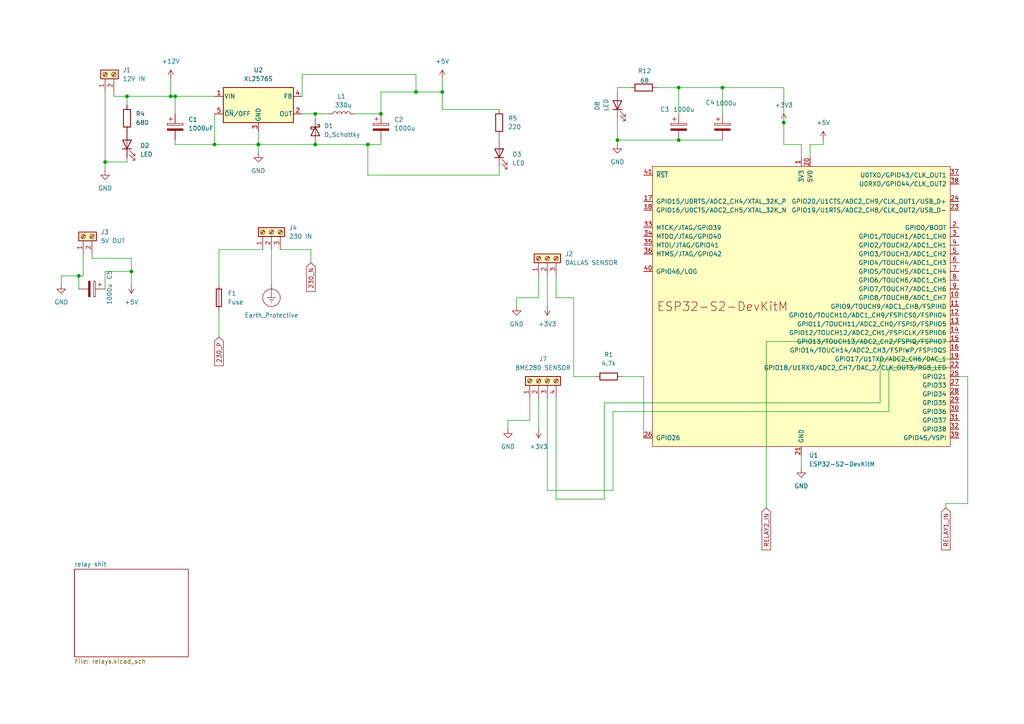
<source format=kicad_sch>
(kicad_sch (version 20231120) (generator "eeschema") (generator_version "8.0")
  (paper "A4")
  (lib_symbols
    (symbol "Connector:Screw_Terminal_01x02" (pin_names (offset 1.016) hide)
      (property "Reference" "J" (at 0 2.54 0))
      (property "Value" "Screw_Terminal_01x02" (at 0 -5.08 0))
      (symbol "Screw_Terminal_01x02_1_1"
        (rectangle (start -1.27 1.27) (end 1.27 -3.81) (stroke (width 0.254)) (fill (type background)))
        (circle (center 0 -2.54) (radius 0.635) (stroke (width 0.1524)))
        (polyline (pts (xy -0.5334 -2.2098) (xy 0.3302 -3.048)) (stroke (width 0.1524)))
        (polyline (pts (xy -0.5334 0.3302) (xy 0.3302 -0.508)) (stroke (width 0.1524)))
        (polyline (pts (xy -0.3556 -2.032) (xy 0.508 -2.8702)) (stroke (width 0.1524)))
        (polyline (pts (xy -0.3556 0.508) (xy 0.508 -0.3302)) (stroke (width 0.1524)))
        (circle (center 0 0) (radius 0.635) (stroke (width 0.1524)))
        (pin passive line (at -5.08 0 0) (length 3.81) (name "Pin_1") (number "1"))
        (pin passive line (at -5.08 -2.54 0) (length 3.81) (name "Pin_2") (number "2"))
      )
    )
    (symbol "Connector:Screw_Terminal_01x03" (pin_names (offset 1.016) hide)
      (property "Reference" "J" (at 0 5.08 0))
      (property "Value" "Screw_Terminal_01x03" (at 0 -5.08 0))
      (symbol "Screw_Terminal_01x03_1_1"
        (rectangle (start -1.27 3.81) (end 1.27 -3.81) (stroke (width 0.254)) (fill (type background)))
        (circle (center 0 -2.54) (radius 0.635) (stroke (width 0.1524)))
        (polyline (pts (xy -0.5334 -2.2098) (xy 0.3302 -3.048)) (stroke (width 0.1524)))
        (polyline (pts (xy -0.5334 0.3302) (xy 0.3302 -0.508)) (stroke (width 0.1524)))
        (polyline (pts (xy -0.5334 2.8702) (xy 0.3302 2.032)) (stroke (width 0.1524)))
        (polyline (pts (xy -0.3556 -2.032) (xy 0.508 -2.8702)) (stroke (width 0.1524)))
        (polyline (pts (xy -0.3556 0.508) (xy 0.508 -0.3302)) (stroke (width 0.1524)))
        (polyline (pts (xy -0.3556 3.048) (xy 0.508 2.2098)) (stroke (width 0.1524)))
        (circle (center 0 0) (radius 0.635) (stroke (width 0.1524)))
        (circle (center 0 2.54) (radius 0.635) (stroke (width 0.1524)))
        (pin passive line (at -5.08 2.54 0) (length 3.81) (name "Pin_1") (number "1"))
        (pin passive line (at -5.08 0 0) (length 3.81) (name "Pin_2") (number "2"))
        (pin passive line (at -5.08 -2.54 0) (length 3.81) (name "Pin_3") (number "3"))
      )
    )
    (symbol "Connector:Screw_Terminal_01x04" (pin_names (offset 1.016) hide)
      (property "Reference" "J" (at 0 5.08 0))
      (property "Value" "Screw_Terminal_01x04" (at 0 -7.62 0))
      (symbol "Screw_Terminal_01x04_1_1"
        (rectangle (start -1.27 3.81) (end 1.27 -6.35) (stroke (width 0.254)) (fill (type background)))
        (circle (center 0 -5.08) (radius 0.635) (stroke (width 0.1524)))
        (circle (center 0 -2.54) (radius 0.635) (stroke (width 0.1524)))
        (polyline (pts (xy -0.5334 -4.7498) (xy 0.3302 -5.588)) (stroke (width 0.1524)))
        (polyline (pts (xy -0.5334 -2.2098) (xy 0.3302 -3.048)) (stroke (width 0.1524)))
        (polyline (pts (xy -0.5334 0.3302) (xy 0.3302 -0.508)) (stroke (width 0.1524)))
        (polyline (pts (xy -0.5334 2.8702) (xy 0.3302 2.032)) (stroke (width 0.1524)))
        (polyline (pts (xy -0.3556 -4.572) (xy 0.508 -5.4102)) (stroke (width 0.1524)))
        (polyline (pts (xy -0.3556 -2.032) (xy 0.508 -2.8702)) (stroke (width 0.1524)))
        (polyline (pts (xy -0.3556 0.508) (xy 0.508 -0.3302)) (stroke (width 0.1524)))
        (polyline (pts (xy -0.3556 3.048) (xy 0.508 2.2098)) (stroke (width 0.1524)))
        (circle (center 0 0) (radius 0.635) (stroke (width 0.1524)))
        (circle (center 0 2.54) (radius 0.635) (stroke (width 0.1524)))
        (pin passive line (at -5.08 2.54 0) (length 3.81) (name "Pin_1") (number "1"))
        (pin passive line (at -5.08 0 0) (length 3.81) (name "Pin_2") (number "2"))
        (pin passive line (at -5.08 -2.54 0) (length 3.81) (name "Pin_3") (number "3"))
        (pin passive line (at -5.08 -5.08 0) (length 3.81) (name "Pin_4") (number "4"))
      )
    )
    (symbol "Device:C_Polarized" (pin_numbers hide) (pin_names (offset 0.254))
      (property "Reference" "C" (at 0.635 2.54 0))
      (property "Value" "C_Polarized" (at 0.635 -2.54 0))
      (symbol "C_Polarized_0_1"
        (rectangle (start -2.286 0.508) (end 2.286 1.016))
        (polyline (pts (xy -1.778 2.286) (xy -0.762 2.286)))
        (polyline (pts (xy -1.27 2.794) (xy -1.27 1.778)))
        (rectangle (start 2.286 -0.508) (end -2.286 -1.016) (fill (type outline)))
      )
      (symbol "C_Polarized_1_1"
        (pin passive line (at 0 3.81 270) (length 2.794) (name "~") (number "1"))
        (pin passive line (at 0 -3.81 90) (length 2.794) (name "~") (number "2"))
      )
    )
    (symbol "Device:D_Schottky" (pin_numbers hide) (pin_names (offset 1.016) hide)
      (property "Reference" "D" (at 0 2.54 0))
      (property "Value" "D_Schottky" (at 0 -2.54 0))
      (symbol "D_Schottky_0_1"
        (polyline (pts (xy 1.27 0) (xy -1.27 0)))
        (polyline (pts (xy 1.27 1.27) (xy 1.27 -1.27) (xy -1.27 0) (xy 1.27 1.27)) (stroke (width 0.254)))
        (polyline (pts (xy -1.905 0.635) (xy -1.905 1.27) (xy -1.27 1.27) (xy -1.27 -1.27) (xy -0.635 -1.27) (xy -0.635 -0.635)) (stroke (width 0.254)))
      )
      (symbol "D_Schottky_1_1"
        (pin passive line (at -3.81 0 0) (length 2.54) (name "K") (number "1"))
        (pin passive line (at 3.81 0 180) (length 2.54) (name "A") (number "2"))
      )
    )
    (symbol "Device:Fuse" (pin_numbers hide) (pin_names (offset 0))
      (property "Reference" "F" (at 2.032 0 90))
      (property "Value" "Fuse" (at -1.905 0 90))
      (symbol "Fuse_0_1"
        (rectangle (start -0.762 -2.54) (end 0.762 2.54) (stroke (width 0.254)))
        (polyline (pts (xy 0 2.54) (xy 0 -2.54)))
      )
      (symbol "Fuse_1_1"
        (pin passive line (at 0 3.81 270) (length 1.27) (name "~") (number "1"))
        (pin passive line (at 0 -3.81 90) (length 1.27) (name "~") (number "2"))
      )
    )
    (symbol "Device:L" (pin_numbers hide) (pin_names (offset 1.016) hide)
      (property "Reference" "L" (at -1.27 0 90))
      (property "Value" "L" (at 1.905 0 90))
      (symbol "L_0_1"
        (arc (start 0 -2.54) (mid 0.6323 -1.905) (end 0 -1.27))
        (arc (start 0 -1.27) (mid 0.6323 -0.635) (end 0 0))
        (arc (start 0 0) (mid 0.6323 0.635) (end 0 1.27))
        (arc (start 0 1.27) (mid 0.6323 1.905) (end 0 2.54))
      )
      (symbol "L_1_1"
        (pin passive line (at 0 3.81 270) (length 1.27) (name "1") (number "1"))
        (pin passive line (at 0 -3.81 90) (length 1.27) (name "2") (number "2"))
      )
    )
    (symbol "Device:LED" (pin_numbers hide) (pin_names (offset 1.016) hide)
      (property "Reference" "D" (at 0 2.54 0))
      (property "Value" "LED" (at 0 -2.54 0))
      (symbol "LED_0_1"
        (polyline (pts (xy -1.27 -1.27) (xy -1.27 1.27)) (stroke (width 0.254)))
        (polyline (pts (xy -1.27 0) (xy 1.27 0)))
        (polyline (pts (xy 1.27 -1.27) (xy 1.27 1.27) (xy -1.27 0) (xy 1.27 -1.27)) (stroke (width 0.254)))
        (polyline (pts (xy -3.048 -0.762) (xy -4.572 -2.286) (xy -3.81 -2.286) (xy -4.572 -2.286) (xy -4.572 -1.524)))
        (polyline (pts (xy -1.778 -0.762) (xy -3.302 -2.286) (xy -2.54 -2.286) (xy -3.302 -2.286) (xy -3.302 -1.524)))
      )
      (symbol "LED_1_1"
        (pin passive line (at -3.81 0 0) (length 2.54) (name "K") (number "1"))
        (pin passive line (at 3.81 0 180) (length 2.54) (name "A") (number "2"))
      )
    )
    (symbol "Device:R" (pin_numbers hide) (pin_names (offset 0))
      (property "Reference" "R" (at 2.032 0 90))
      (property "Value" "R" (at 0 0 90))
      (symbol "R_0_1"
        (rectangle (start -1.016 -2.54) (end 1.016 2.54) (stroke (width 0.254)))
      )
      (symbol "R_1_1"
        (pin passive line (at 0 3.81 270) (length 1.27) (name "~") (number "1"))
        (pin passive line (at 0 -3.81 90) (length 1.27) (name "~") (number "2"))
      )
    )
    (symbol "PCM_Espressif:ESP32-S2-DevKitM" (pin_names (offset 1.016))
      (property "Reference" "U" (at -43.18 45.72 0))
      (property "Value" "ESP32-S2-DevKitM" (at -43.18 43.18 0))
      (symbol "ESP32-S2-DevKitM_0_1"
        (rectangle (start -43.18 40.64) (end 43.18 -40.64) (fill (type background)))
      )
      (symbol "ESP32-S2-DevKitM_1_1"
        (text "ESP32-S2-DevKitM" (at -22.86 0 0) (effects (font (size 2.54 2.54))))
        (pin power_out line (at 0 43.18 270) (length 2.54) (name "3V3") (number "1"))
        (pin bidirectional line (at 45.72 2.54 180) (length 2.54) (name "GPIO8/TOUCH8/ADC1_CH7") (number "10"))
        (pin bidirectional line (at 45.72 0 180) (length 2.54) (name "GPIO9/TOUCH9/ADC1_CH8/FSPIHD") (number "11"))
        (pin bidirectional line (at 45.72 -2.54 180) (length 2.54) (name "GPIO10/TOUCH10/ADC1_CH9/FSPICS0/FSPIIO4") (number "12"))
        (pin bidirectional line (at 45.72 -5.08 180) (length 2.54) (name "GPIO11/TOUCH11/ADC2_CH0/FSPID/FSPIIO5") (number "13"))
        (pin bidirectional line (at 45.72 -7.62 180) (length 2.54) (name "GPIO12/TOUCH12/ADC2_CH1/FSPICLK/FSPIIO6") (number "14"))
        (pin bidirectional line (at 45.72 -10.16 180) (length 2.54) (name "GPIO13/TOUCH13/ADC2_CH2/FSPIQ/FSPIIO7") (number "15"))
        (pin bidirectional line (at 45.72 -12.7 180) (length 2.54) (name "GPIO14/TOUCH14/ADC2_CH3/FSPIWP/FSPIDQS") (number "16"))
        (pin bidirectional line (at -45.72 30.48 0) (length 2.54) (name "GPIO15/U0RTS/ADC2_CH4/XTAL_32K_P") (number "17"))
        (pin bidirectional line (at -45.72 27.94 0) (length 2.54) (name "GPIO16/U0CTS/ADC2_CH5/XTAL_32K_N") (number "18"))
        (pin bidirectional line (at 45.72 -15.24 180) (length 2.54) (name "GPIO17/U1TXD/ADC2_CH6/DAC_1") (number "19"))
        (pin bidirectional line (at 45.72 22.86 180) (length 2.54) (name "GPIO0/BOOT") (number "2"))
        (pin power_in line (at 2.54 43.18 270) (length 2.54) (name "5V0") (number "20"))
        (pin power_in line (at 0 -43.18 90) (length 2.54) (name "GND") (number "21"))
        (pin bidirectional line (at 45.72 -17.78 180) (length 2.54) (name "GPIO18/U1RXD/ADC2_CH7/DAC_2/CLK_OUT3/RGB_LED") (number "22"))
        (pin bidirectional line (at 45.72 27.94 180) (length 2.54) (name "GPIO19/U1RTS/ADC2_CH8/CLK_OUT2/USB_D-") (number "23"))
        (pin bidirectional line (at 45.72 30.48 180) (length 2.54) (name "GPIO20/U1CTS/ADC2_CH9/CLK_OUT1/USB_D+") (number "24"))
        (pin bidirectional line (at 45.72 -20.32 180) (length 2.54) (name "GPIO21") (number "25"))
        (pin bidirectional line (at -45.72 -38.1 0) (length 2.54) (name "GPIO26") (number "26"))
        (pin bidirectional line (at 45.72 -22.86 180) (length 2.54) (name "GPIO33") (number "27"))
        (pin bidirectional line (at 45.72 -25.4 180) (length 2.54) (name "GPIO34") (number "28"))
        (pin bidirectional line (at 45.72 -27.94 180) (length 2.54) (name "GPIO35") (number "29"))
        (pin bidirectional line (at 45.72 20.32 180) (length 2.54) (name "GPIO1/TOUCH1/ADC1_CH0") (number "3"))
        (pin bidirectional line (at 45.72 -30.48 180) (length 2.54) (name "GPIO36") (number "30"))
        (pin bidirectional line (at 45.72 -33.02 180) (length 2.54) (name "GPIO37") (number "31"))
        (pin bidirectional line (at 45.72 -35.56 180) (length 2.54) (name "GPIO38") (number "32"))
        (pin bidirectional line (at -45.72 22.86 0) (length 2.54) (name "MTCK/JTAG/GPIO39") (number "33"))
        (pin bidirectional line (at -45.72 20.32 0) (length 2.54) (name "MTDO/JTAG/GPIO40") (number "34"))
        (pin bidirectional line (at -45.72 17.78 0) (length 2.54) (name "MTDI/JTAG/GPIO41") (number "35"))
        (pin bidirectional line (at -45.72 15.24 0) (length 2.54) (name "MTMS/JTAG/GPIO42") (number "36"))
        (pin bidirectional line (at 45.72 38.1 180) (length 2.54) (name "U0TXD/GPIO43/CLK_OUT1") (number "37"))
        (pin bidirectional line (at 45.72 35.56 180) (length 2.54) (name "U0RXD/GPIO44/CLK_OUT2") (number "38"))
        (pin bidirectional line (at 45.72 -38.1 180) (length 2.54) (name "GPIO45/VSPI") (number "39"))
        (pin bidirectional line (at 45.72 17.78 180) (length 2.54) (name "GPIO2/TOUCH2/ADC1_CH1") (number "4"))
        (pin input line (at -45.72 10.16 0) (length 2.54) (name "GPIO46/LOG") (number "40"))
        (pin input line (at -45.72 38.1 0) (length 2.54) (name "~{RST}") (number "41"))
        (pin passive line (at 0 -43.18 90) (length 2.54) hide (name "GND") (number "42"))
        (pin bidirectional line (at 45.72 15.24 180) (length 2.54) (name "GPIO3/TOUCH3/ADC1_CH2") (number "5"))
        (pin bidirectional line (at 45.72 12.7 180) (length 2.54) (name "GPIO4/TOUCH4/ADC1_CH3") (number "6"))
        (pin bidirectional line (at 45.72 10.16 180) (length 2.54) (name "GPIO5/TOUCH5/ADC1_CH4") (number "7"))
        (pin bidirectional line (at 45.72 7.62 180) (length 2.54) (name "GPIO6/TOUCH6/ADC1_CH5") (number "8"))
        (pin bidirectional line (at 45.72 5.08 180) (length 2.54) (name "GPIO7/TOUCH7/ADC1_CH6") (number "9"))
      )
    )
    (symbol "Regulator_Switching:LM2575-5.0BT" (pin_names (offset 0.254))
      (property "Reference" "U" (at -10.16 6.35 0))
      (property "Value" "LM2575-5.0BT" (at 0 6.35 0))
      (symbol "LM2575-5.0BT_0_1"
        (rectangle (start -10.16 5.08) (end 10.16 -5.08) (stroke (width 0.254)) (fill (type background)))
      )
      (symbol "LM2575-5.0BT_1_1"
        (pin power_in line (at -12.7 2.54 0) (length 2.54) (name "VIN") (number "1"))
        (pin output line (at 12.7 -2.54 180) (length 2.54) (name "OUT") (number "2"))
        (pin power_in line (at 0 -7.62 90) (length 2.54) (name "GND") (number "3"))
        (pin input line (at 12.7 2.54 180) (length 2.54) (name "FB") (number "4"))
        (pin input line (at -12.7 -2.54 0) (length 2.54) (name "~{ON}/OFF") (number "5"))
      )
    )
    (symbol "power:+12V" (power) (pin_numbers hide) (pin_names (offset 0) hide)
      (property "Value" "+12V" (at 0 3.556 0))
      (symbol "+12V_0_1"
        (polyline (pts (xy -0.762 1.27) (xy 0 2.54)))
        (polyline (pts (xy 0 0) (xy 0 2.54)))
        (polyline (pts (xy 0 2.54) (xy 0.762 1.27)))
      )
      (symbol "+12V_1_1"
        (pin power_in line (at 0 0 90) (length 0) (name "~") (number "1"))
      )
    )
    (symbol "power:+3V3" (power) (pin_numbers hide) (pin_names (offset 0) hide)
      (property "Value" "+3V3" (at 0 3.556 0))
      (symbol "+3V3_0_1"
        (polyline (pts (xy -0.762 1.27) (xy 0 2.54)))
        (polyline (pts (xy 0 0) (xy 0 2.54)))
        (polyline (pts (xy 0 2.54) (xy 0.762 1.27)))
      )
      (symbol "+3V3_1_1"
        (pin power_in line (at 0 0 90) (length 0) (name "~") (number "1"))
      )
    )
    (symbol "power:+5V" (power) (pin_numbers hide) (pin_names (offset 0) hide)
      (property "Value" "+5V" (at 0 3.556 0))
      (symbol "+5V_0_1"
        (polyline (pts (xy -0.762 1.27) (xy 0 2.54)))
        (polyline (pts (xy 0 0) (xy 0 2.54)))
        (polyline (pts (xy 0 2.54) (xy 0.762 1.27)))
      )
      (symbol "+5V_1_1"
        (pin power_in line (at 0 0 90) (length 0) (name "~") (number "1"))
      )
    )
    (symbol "power:Earth_Protective" (power) (pin_numbers hide) (pin_names (offset 0) hide)
      (property "Value" "Earth_Protective" (at 0 -7.62 0))
      (symbol "Earth_Protective_0_1"
        (circle (center 0 -3.81) (radius 2.54))
        (polyline (pts (xy -0.635 -4.445) (xy 0.635 -4.445)))
        (polyline (pts (xy -0.127 -5.08) (xy 0.127 -5.08)))
        (polyline (pts (xy 0 -3.81) (xy 0 0)))
        (polyline (pts (xy 1.27 -3.81) (xy -1.27 -3.81)))
      )
      (symbol "Earth_Protective_1_1"
        (pin power_in line (at 0 0 270) (length 0) (name "~") (number "1"))
      )
    )
    (symbol "power:GND" (power) (pin_numbers hide) (pin_names (offset 0) hide)
      (property "Value" "GND" (at 0 -3.81 0))
      (symbol "GND_0_1"
        (polyline (pts (xy 0 0) (xy 0 -1.27) (xy 1.27 -1.27) (xy 0 -2.54) (xy -1.27 -1.27) (xy 0 -1.27)))
      )
      (symbol "GND_1_1"
        (pin power_in line (at 0 0 270) (length 0) (name "~") (number "1"))
      )
    )
  )
  (junction (at 91.44 41.91))
  (junction (at 110.49 33.02))
  (junction (at 128.27 26.67))
  (junction (at 120.65 26.67))
  (junction (at 74.93 41.91))
  (junction (at 62.23 41.91))
  (junction (at 50.8 27.94))
  (junction (at 38.1 78.74))
  (junction (at 106.68 41.91))
  (junction (at 196.85 40.64))
  (junction (at 36.83 27.94))
  (junction (at 209.55 25.4))
  (junction (at 227.33 35.56))
  (junction (at 196.85 25.4))
  (junction (at 91.44 33.02))
  (junction (at 49.53 27.94))
  (junction (at 22.86 80.01))
  (junction (at 179.07 40.64))
  (junction (at 30.48 46.99))
  (wire (pts (xy 209.55 25.4) (xy 209.55 33.02)))
  (wire (pts (xy 17.78 80.01) (xy 22.86 80.01)))
  (wire (pts (xy 62.23 41.91) (xy 74.93 41.91)))
  (wire (pts (xy 179.07 40.64) (xy 196.85 40.64)))
  (wire (pts (xy 222.25 99.06) (xy 222.25 147.32)))
  (wire (pts (xy 255.27 116.84) (xy 175.26 116.84)))
  (wire (pts (xy 30.48 26.67) (xy 30.48 46.99)))
  (wire (pts (xy 36.83 46.99) (xy 30.48 46.99)))
  (wire (pts (xy 36.83 30.48) (xy 36.83 27.94)))
  (wire (pts (xy 196.85 40.64) (xy 209.55 40.64)))
  (wire (pts (xy 227.33 25.4) (xy 227.33 35.56)))
  (wire (pts (xy 156.21 115.57) (xy 156.21 124.46)))
  (wire (pts (xy 278.13 104.14) (xy 255.27 104.14)))
  (wire (pts (xy 50.8 41.91) (xy 62.23 41.91)))
  (wire (pts (xy 63.5 90.17) (xy 63.5 97.79)))
  (wire (pts (xy 33.02 27.94) (xy 33.02 26.67)))
  (wire (pts (xy 179.07 41.91) (xy 179.07 40.64)))
  (wire (pts (xy 110.49 40.64) (xy 110.49 41.91)))
  (wire (pts (xy 38.1 82.55) (xy 38.1 78.74)))
  (wire (pts (xy 50.8 41.91) (xy 50.8 40.64)))
  (wire (pts (xy 156.21 86.36) (xy 156.21 80.01)))
  (wire (pts (xy 49.53 27.94) (xy 50.8 27.94)))
  (wire (pts (xy 30.48 46.99) (xy 30.48 49.53)))
  (wire (pts (xy 278.13 99.06) (xy 222.25 99.06)))
  (wire (pts (xy 128.27 31.75) (xy 128.27 26.67)))
  (wire (pts (xy 128.27 22.86) (xy 128.27 26.67)))
  (wire (pts (xy 24.13 80.01) (xy 24.13 73.66)))
  (wire (pts (xy 17.78 80.01) (xy 17.78 82.55)))
  (wire (pts (xy 106.68 50.8) (xy 106.68 41.91)))
  (wire (pts (xy 153.67 121.92) (xy 153.67 115.57)))
  (wire (pts (xy 33.02 27.94) (xy 36.83 27.94)))
  (wire (pts (xy 232.41 132.08) (xy 232.41 135.89)))
  (wire (pts (xy 81.28 72.39) (xy 90.17 72.39)))
  (wire (pts (xy 120.65 26.67) (xy 110.49 26.67)))
  (wire (pts (xy 38.1 78.74) (xy 38.1 74.93)))
  (wire (pts (xy 190.5 25.4) (xy 196.85 25.4)))
  (wire (pts (xy 186.69 109.22) (xy 186.69 127)))
  (wire (pts (xy 234.95 45.72) (xy 234.95 41.91)))
  (wire (pts (xy 49.53 22.86) (xy 49.53 27.94)))
  (wire (pts (xy 175.26 144.78) (xy 161.29 144.78)))
  (wire (pts (xy 30.48 78.74) (xy 38.1 78.74)))
  (wire (pts (xy 120.65 21.59) (xy 120.65 26.67)))
  (wire (pts (xy 36.83 45.72) (xy 36.83 46.99)))
  (wire (pts (xy 177.8 142.24) (xy 177.8 119.38)))
  (wire (pts (xy 238.76 40.64) (xy 238.76 41.91)))
  (wire (pts (xy 128.27 26.67) (xy 120.65 26.67)))
  (wire (pts (xy 62.23 33.02) (xy 62.23 41.91)))
  (wire (pts (xy 149.86 86.36) (xy 149.86 88.9)))
  (wire (pts (xy 280.67 146.05) (xy 274.32 146.05)))
  (wire (pts (xy 78.74 72.39) (xy 78.74 82.55)))
  (wire (pts (xy 227.33 41.91) (xy 232.41 41.91)))
  (wire (pts (xy 91.44 41.91) (xy 74.93 41.91)))
  (wire (pts (xy 50.8 27.94) (xy 50.8 33.02)))
  (wire (pts (xy 144.78 39.37) (xy 144.78 40.64)))
  (wire (pts (xy 26.67 74.93) (xy 26.67 73.66)))
  (wire (pts (xy 232.41 41.91) (xy 232.41 45.72)))
  (wire (pts (xy 128.27 31.75) (xy 144.78 31.75)))
  (wire (pts (xy 87.63 33.02) (xy 91.44 33.02)))
  (wire (pts (xy 234.95 41.91) (xy 238.76 41.91)))
  (wire (pts (xy 38.1 74.93) (xy 26.67 74.93)))
  (wire (pts (xy 196.85 33.02) (xy 196.85 25.4)))
  (wire (pts (xy 257.81 106.68) (xy 278.13 106.68)))
  (wire (pts (xy 209.55 25.4) (xy 227.33 25.4)))
  (wire (pts (xy 149.86 86.36) (xy 156.21 86.36)))
  (wire (pts (xy 36.83 27.94) (xy 49.53 27.94)))
  (wire (pts (xy 87.63 21.59) (xy 120.65 21.59)))
  (wire (pts (xy 63.5 72.39) (xy 63.5 82.55)))
  (wire (pts (xy 91.44 33.02) (xy 95.25 33.02)))
  (wire (pts (xy 180.34 109.22) (xy 186.69 109.22)))
  (wire (pts (xy 161.29 144.78) (xy 161.29 115.57)))
  (wire (pts (xy 50.8 27.94) (xy 62.23 27.94)))
  (wire (pts (xy 161.29 86.36) (xy 161.29 80.01)))
  (wire (pts (xy 166.37 86.36) (xy 161.29 86.36)))
  (wire (pts (xy 22.86 80.01) (xy 22.86 83.82)))
  (wire (pts (xy 106.68 41.91) (xy 91.44 41.91)))
  (wire (pts (xy 87.63 21.59) (xy 87.63 27.94)))
  (wire (pts (xy 278.13 109.22) (xy 280.67 109.22)))
  (wire (pts (xy 74.93 41.91) (xy 74.93 44.45)))
  (wire (pts (xy 280.67 109.22) (xy 280.67 146.05)))
  (wire (pts (xy 144.78 48.26) (xy 144.78 50.8)))
  (wire (pts (xy 177.8 119.38) (xy 257.81 119.38)))
  (wire (pts (xy 179.07 25.4) (xy 182.88 25.4)))
  (wire (pts (xy 158.75 115.57) (xy 158.75 142.24)))
  (wire (pts (xy 274.32 146.05) (xy 274.32 147.32)))
  (wire (pts (xy 147.32 121.92) (xy 147.32 124.46)))
  (wire (pts (xy 22.86 80.01) (xy 24.13 80.01)))
  (wire (pts (xy 90.17 72.39) (xy 90.17 76.2)))
  (wire (pts (xy 158.75 80.01) (xy 158.75 88.9)))
  (wire (pts (xy 166.37 86.36) (xy 166.37 109.22)))
  (wire (pts (xy 196.85 25.4) (xy 209.55 25.4)))
  (wire (pts (xy 63.5 72.39) (xy 76.2 72.39)))
  (wire (pts (xy 91.44 33.02) (xy 91.44 34.29)))
  (wire (pts (xy 102.87 33.02) (xy 110.49 33.02)))
  (wire (pts (xy 166.37 109.22) (xy 172.72 109.22)))
  (wire (pts (xy 110.49 26.67) (xy 110.49 33.02)))
  (wire (pts (xy 179.07 34.29) (xy 179.07 40.64)))
  (wire (pts (xy 255.27 104.14) (xy 255.27 116.84)))
  (wire (pts (xy 179.07 25.4) (xy 179.07 26.67)))
  (wire (pts (xy 227.33 35.56) (xy 227.33 41.91)))
  (wire (pts (xy 106.68 50.8) (xy 144.78 50.8)))
  (wire (pts (xy 257.81 119.38) (xy 257.81 106.68)))
  (wire (pts (xy 74.93 38.1) (xy 74.93 41.91)))
  (wire (pts (xy 175.26 116.84) (xy 175.26 144.78)))
  (wire (pts (xy 158.75 142.24) (xy 177.8 142.24)))
  (wire (pts (xy 147.32 121.92) (xy 153.67 121.92)))
  (wire (pts (xy 30.48 83.82) (xy 30.48 78.74)))
  (wire (pts (xy 106.68 41.91) (xy 110.49 41.91)))
  (global_label "230_N" (shape input) (at 90.17 76.2 270) (property "Intersheetrefs" "${INTERSHEET_REFS}" (effects (hide yes))))
  (global_label "230_P" (shape input) (at 63.5 97.79 270) (property "Intersheetrefs" "${INTERSHEET_REFS}" (effects (hide yes))))
  (global_label "RELAY2_IN" (shape input) (at 222.25 147.32 270) (property "Intersheetrefs" "${INTERSHEET_REFS}" (effects (hide yes))))
  (global_label "RELAY1_IN" (shape input) (at 274.32 147.32 270) (property "Intersheetrefs" "${INTERSHEET_REFS}" (effects (hide yes))))
  (symbol (lib_id "power:GND") (at 30.48 49.53 0) (unit 1)
    (property "Reference" "#PWR02" (effects (hide yes)))
    (property "Value" "GND" (at 30.48 54.61 0))
    (property "Description" "Power symbol creates a global label with name \"GND\" , ground" (effects (hide yes)))
  )
  (symbol (lib_id "power:+12V") (at 49.53 22.86 0) (unit 1)
    (property "Reference" "#PWR020" (effects (hide yes)))
    (property "Value" "+12V" (at 49.53 17.78 0))
    (property "Description" "Power symbol creates a global label with name \"+12V\"" (effects (hide yes)))
  )
  (symbol (lib_id "Device:R") (at 36.83 34.29 0) (unit 1)
    (property "Reference" "R4" (at 39.37 33.0199 0) (effects (justify left)))
    (property "Value" "680" (at 39.37 35.5599 0) (effects (justify left)))
    (property "Footprint" "Resistor_THT:R_Axial_DIN0411_L9.9mm_D3.6mm_P12.70mm_Horizontal" (effects (hide yes)))
    (property "Description" "Resistor" (effects (hide yes)))
  )
  (symbol (lib_id "power:+3V3") (at 158.75 88.9 180) (unit 1)
    (property "Reference" "#PWR08" (effects (hide yes)))
    (property "Value" "+3V3" (at 158.75 93.98 0))
    (property "Description" "Power symbol creates a global label with name \"+3V3\"" (effects (hide yes)))
  )
  (symbol (lib_id "power:+3V3") (at 156.21 124.46 180) (unit 1)
    (property "Reference" "#PWR019" (effects (hide yes)))
    (property "Value" "+3V3" (at 156.21 129.54 0))
    (property "Description" "Power symbol creates a global label with name \"+3V3\"" (effects (hide yes)))
  )
  (symbol (lib_id "power:+5V") (at 238.76 40.64 0) (unit 1)
    (property "Reference" "#PWR05" (effects (hide yes)))
    (property "Value" "+5V" (at 238.76 35.56 0))
    (property "Description" "Power symbol creates a global label with name \"+5V\"" (effects (hide yes)))
  )
  (symbol (lib_id "power:GND") (at 149.86 88.9 0) (unit 1)
    (property "Reference" "#PWR07" (effects (hide yes)))
    (property "Value" "GND" (at 149.86 93.98 0))
    (property "Description" "Power symbol creates a global label with name \"GND\" , ground" (effects (hide yes)))
  )
  (symbol (lib_id "power:GND") (at 74.93 44.45 0) (unit 1)
    (property "Reference" "#PWR09" (effects (hide yes)))
    (property "Value" "GND" (at 74.93 49.53 0))
    (property "Description" "Power symbol creates a global label with name \"GND\" , ground" (effects (hide yes)))
  )
  (symbol (lib_id "power:GND") (at 147.32 124.46 0) (unit 1)
    (property "Reference" "#PWR018" (effects (hide yes)))
    (property "Value" "GND" (at 147.32 129.54 0))
    (property "Description" "Power symbol creates a global label with name \"GND\" , ground" (effects (hide yes)))
  )
  (symbol (lib_id "Device:LED") (at 179.07 30.48 90) (unit 1)
    (property "Reference" "D8" (at 173.228 30.734 0))
    (property "Value" "LED" (at 175.768 30.48 0))
    (property "Footprint" "LED_THT:LED_D3.0mm" (effects (hide yes)))
    (property "Description" "Light emitting diode" (effects (hide yes)))
  )
  (symbol (lib_id "power:+5V") (at 128.27 22.86 0) (unit 1)
    (property "Reference" "#PWR04" (effects (hide yes)))
    (property "Value" "+5V" (at 128.27 17.78 0))
    (property "Description" "Power symbol creates a global label with name \"+5V\"" (effects (hide yes)))
  )
  (symbol (lib_id "Connector:Screw_Terminal_01x02") (at 30.48 21.59 90) (unit 1)
    (property "Reference" "J1" (at 35.56 20.3199 90) (effects (justify right)))
    (property "Value" "12V IN" (at 35.56 22.8599 90) (effects (justify right)))
    (property "Footprint" "TerminalBlock_Phoenix:TerminalBlock_Phoenix_MKDS-1,5-2-5.08_1x02_P5.08mm_Horizontal" (effects (hide yes)))
    (property "Description" "Generic screw terminal, single row, 01x02, script generated (kicad-library-utils/schlib/autogen/connector/)" (effects (hide yes)))
  )
  (symbol (lib_id "Device:C_Polarized") (at 110.49 36.83 0) (unit 1)
    (property "Reference" "C2" (at 114.3 34.6709 0) (effects (justify left)))
    (property "Value" "1000u" (at 114.3 37.2109 0) (effects (justify left)))
    (property "Footprint" "Capacitor_THT:CP_Radial_D12.5mm_P5.00mm" (effects (hide yes)))
    (property "Description" "Polarized capacitor" (effects (hide yes)))
  )
  (symbol (lib_id "Device:LED") (at 36.83 41.91 90) (unit 1)
    (property "Reference" "D2" (at 40.64 42.2274 90) (effects (justify right)))
    (property "Value" "LED" (at 40.64 44.7674 90) (effects (justify right)))
    (property "Footprint" "LED_THT:LED_D3.0mm" (effects (hide yes)))
    (property "Description" "Light emitting diode" (effects (hide yes)))
  )
  (symbol (lib_id "Device:C_Polarized") (at 50.8 36.83 0) (unit 1)
    (property "Reference" "C1" (at 54.61 34.6709 0) (effects (justify left)))
    (property "Value" "1000uF" (at 54.61 37.2109 0) (effects (justify left)))
    (property "Footprint" "Capacitor_THT:CP_Radial_D12.5mm_P5.00mm" (effects (hide yes)))
    (property "Description" "Polarized capacitor" (effects (hide yes)))
  )
  (symbol (lib_id "Connector:Screw_Terminal_01x03") (at 78.74 67.31 90) (unit 1)
    (property "Reference" "J4" (at 83.82 66.0399 90) (effects (justify right)))
    (property "Value" "230 IN" (at 83.82 68.5799 90) (effects (justify right)))
    (property "Footprint" "TerminalBlock_Phoenix:TerminalBlock_Phoenix_MKDS-1,5-3-5.08_1x03_P5.08mm_Horizontal" (effects (hide yes)))
    (property "Description" "Generic screw terminal, single row, 01x03, script generated (kicad-library-utils/schlib/autogen/connector/)" (effects (hide yes)))
  )
  (symbol (lib_id "Device:R") (at 176.53 109.22 90) (unit 1)
    (property "Reference" "R1" (at 176.53 102.87 90))
    (property "Value" "4.7k" (at 176.53 105.41 90))
    (property "Footprint" "Resistor_THT:R_Axial_DIN0411_L9.9mm_D3.6mm_P12.70mm_Horizontal" (effects (hide yes)))
    (property "Description" "Resistor" (effects (hide yes)))
  )
  (symbol (lib_id "Device:Fuse") (at 63.5 86.36 0) (unit 1)
    (property "Reference" "F1" (at 66.04 85.0899 0) (effects (justify left)))
    (property "Value" "Fuse" (at 66.04 87.6299 0) (effects (justify left)))
    (property "Footprint" "Fuse:Fuseholder_Cylinder-5x20mm_Schurter_0031_8201_Horizontal_Open" (effects (hide yes)))
    (property "Description" "Fuse" (effects (hide yes)))
  )
  (symbol (lib_id "Device:LED") (at 144.78 44.45 90) (unit 1)
    (property "Reference" "D3" (at 148.59 44.7674 90) (effects (justify right)))
    (property "Value" "LED" (at 148.59 47.3074 90) (effects (justify right)))
    (property "Footprint" "LED_THT:LED_D3.0mm" (effects (hide yes)))
    (property "Description" "Light emitting diode" (effects (hide yes)))
  )
  (symbol (lib_id "power:GND") (at 232.41 135.89 0) (unit 1)
    (property "Reference" "#PWR01" (effects (hide yes)))
    (property "Value" "GND" (at 232.41 140.97 0))
    (property "Description" "Power symbol creates a global label with name \"GND\" , ground" (effects (hide yes)))
  )
  (symbol (lib_id "Device:R") (at 186.69 25.4 90) (unit 1)
    (property "Reference" "R12" (at 186.944 20.574 90))
    (property "Value" "68" (at 186.944 23.368 90))
    (property "Footprint" "Resistor_THT:R_Axial_DIN0411_L9.9mm_D3.6mm_P12.70mm_Horizontal" (effects (hide yes)))
    (property "Description" "Resistor" (effects (hide yes)))
  )
  (symbol (lib_id "Regulator_Switching:LM2575-5.0BT") (at 74.93 30.48 0) (unit 1)
    (property "Reference" "U2" (at 74.93 20.32 0))
    (property "Value" "XL2576S" (at 74.93 22.86 0))
    (property "Footprint" "Package_TO_SOT_THT:TO-220-5_Vertical" (effects (hide yes)))
  )
  (symbol (lib_id "Device:L") (at 99.06 33.02 90) (unit 1)
    (property "Reference" "L1" (at 99.06 27.94 90))
    (property "Value" "330u" (at 99.568 30.48 90))
    (property "Footprint" "Inductor_THT:L_Radial_D10.0mm_P5.00mm_Fastron_07P" (effects (hide yes)))
    (property "Description" "Inductor" (effects (hide yes)))
  )
  (symbol (lib_id "power:+5V") (at 38.1 82.55 180) (unit 1)
    (property "Reference" "#PWR010" (effects (hide yes)))
    (property "Value" "+5V" (at 38.1 87.63 0))
    (property "Description" "Power symbol creates a global label with name \"+5V\"" (effects (hide yes)))
  )
  (symbol (lib_id "power:Earth_Protective") (at 78.74 82.55 0) (unit 1)
    (property "Reference" "#PWR017" (effects (hide yes)))
    (property "Value" "Earth_Protective" (at 78.74 91.44 0))
    (property "Description" "Power symbol creates a global label with name \"Earth_Protective\"" (effects (hide yes)))
  )
  (symbol (lib_id "Device:C_Polarized") (at 209.55 36.83 0) (unit 1)
    (property "Reference" "C4" (at 205.994 29.718 0))
    (property "Value" "1000u" (at 210.566 29.972 0))
    (property "Footprint" "Capacitor_THT:CP_Radial_D12.5mm_P5.00mm" (effects (hide yes)))
    (property "Description" "Polarized capacitor" (effects (hide yes)))
  )
  (symbol (lib_id "Device:C_Polarized") (at 196.85 36.83 0) (unit 1)
    (property "Reference" "C3" (at 192.786 31.75 0))
    (property "Value" "1000u" (at 198.374 31.75 0))
    (property "Footprint" "Capacitor_THT:CP_Radial_D12.5mm_P5.00mm" (effects (hide yes)))
    (property "Description" "Polarized capacitor" (effects (hide yes)))
  )
  (symbol (lib_id "Connector:Screw_Terminal_01x02") (at 24.13 68.58 90) (unit 1)
    (property "Reference" "J3" (at 29.21 67.3099 90) (effects (justify right)))
    (property "Value" "5V OUT" (at 29.21 69.8499 90) (effects (justify right)))
    (property "Footprint" "TerminalBlock_Phoenix:TerminalBlock_Phoenix_MKDS-1,5-2-5.08_1x02_P5.08mm_Horizontal" (effects (hide yes)))
    (property "Description" "Generic screw terminal, single row, 01x02, script generated (kicad-library-utils/schlib/autogen/connector/)" (effects (hide yes)))
  )
  (symbol (lib_id "Device:R") (at 144.78 35.56 0) (unit 1)
    (property "Reference" "R5" (at 147.32 34.2899 0) (effects (justify left)))
    (property "Value" "220" (at 147.32 36.8299 0) (effects (justify left)))
    (property "Footprint" "Resistor_THT:R_Axial_DIN0411_L9.9mm_D3.6mm_P12.70mm_Horizontal" (effects (hide yes)))
    (property "Description" "Resistor" (effects (hide yes)))
  )
  (symbol (lib_id "Connector:Screw_Terminal_01x03") (at 158.75 74.93 90) (unit 1)
    (property "Reference" "J2" (at 163.83 73.6599 90) (effects (justify right)))
    (property "Value" "DALLAS SENSOR" (at 163.83 76.1999 90) (effects (justify right)))
    (property "Footprint" "TerminalBlock_Phoenix:TerminalBlock_Phoenix_MKDS-1,5-3-5.08_1x03_P5.08mm_Horizontal" (effects (hide yes)))
    (property "Description" "Generic screw terminal, single row, 01x03, script generated (kicad-library-utils/schlib/autogen/connector/)" (effects (hide yes)))
  )
  (symbol (lib_id "power:GND") (at 179.07 41.91 0) (unit 1)
    (property "Reference" "#PWR016" (effects (hide yes)))
    (property "Value" "GND" (at 179.07 46.99 0))
    (property "Description" "Power symbol creates a global label with name \"GND\" , ground" (effects (hide yes)))
  )
  (symbol (lib_id "Device:C_Polarized") (at 26.67 83.82 270) (unit 1)
    (property "Reference" "C5" (at 31.75 79.756 0))
    (property "Value" "1000u" (at 31.75 85.344 0))
    (property "Footprint" "Capacitor_THT:CP_Radial_D12.5mm_P5.00mm" (effects (hide yes)))
    (property "Description" "Polarized capacitor" (effects (hide yes)))
  )
  (symbol (lib_id "power:+3V3") (at 227.33 35.56 0) (unit 1)
    (property "Reference" "#PWR06" (effects (hide yes)))
    (property "Value" "+3V3" (at 227.33 30.48 0))
    (property "Description" "Power symbol creates a global label with name \"+3V3\"" (effects (hide yes)))
  )
  (symbol (lib_id "Device:D_Schottky") (at 91.44 38.1 270) (unit 1)
    (property "Reference" "D1" (at 93.98 36.5124 90) (effects (justify left)))
    (property "Value" "D_Schottky" (at 93.98 39.0524 90) (effects (justify left)))
    (property "Footprint" "Diode_THT:D_A-405_P7.62mm_Horizontal" (effects (hide yes)))
    (property "Description" "Schottky diode" (effects (hide yes)))
  )
  (symbol (lib_id "Connector:Screw_Terminal_01x04") (at 156.21 110.49 90) (unit 1)
    (property "Reference" "J7" (at 157.48 104.14 90))
    (property "Value" "BME280 SENSOR" (at 157.48 106.68 90))
    (property "Footprint" "TerminalBlock_Phoenix:TerminalBlock_Phoenix_MKDS-1,5-4_1x04_P5.00mm_Horizontal" (effects (hide yes)))
    (property "Description" "Generic screw terminal, single row, 01x04, script generated (kicad-library-utils/schlib/autogen/connector/)" (effects (hide yes)))
  )
  (symbol (lib_id "PCM_Espressif:ESP32-S2-DevKitM") (at 232.41 88.9 0) (unit 1)
    (property "Reference" "U1" (at 234.6041 132.08 0) (effects (justify left)))
    (property "Value" "ESP32-S2-DevKitM" (at 234.6041 134.62 0) (effects (justify left)))
    (property "Footprint" "PCM_Espressif:ESP32-S2-DevKitM" (effects (hide yes)))
    (property "Datasheet" "https://dl.espressif.com/dl/schematics/ESP32-S2-DevKitM-1_V1_Schematics.pdf" (effects (hide yes)))
    (property "Description" "Devboard based on ESP32-S2-MINI" (effects (hide yes)))
  )
  (symbol (lib_id "power:GND") (at 17.78 82.55 0) (unit 1)
    (property "Reference" "#PWR03" (effects (hide yes)))
    (property "Value" "GND" (at 17.78 87.63 0))
    (property "Description" "Power symbol creates a global label with name \"GND\" , ground" (effects (hide yes)))
  )
  (sheet (at 21.59 165.1) (size 33.02 25.4) (stroke (width 0.1524))
    (property "Sheetname" "relay shit" (at 21.59 164.3884 0) (effects (justify left bottom)))
    (property "Sheetfile" "relays.kicad_sch" (at 21.59 191.0846 0) (effects (justify left top)))
  )
)
</source>
